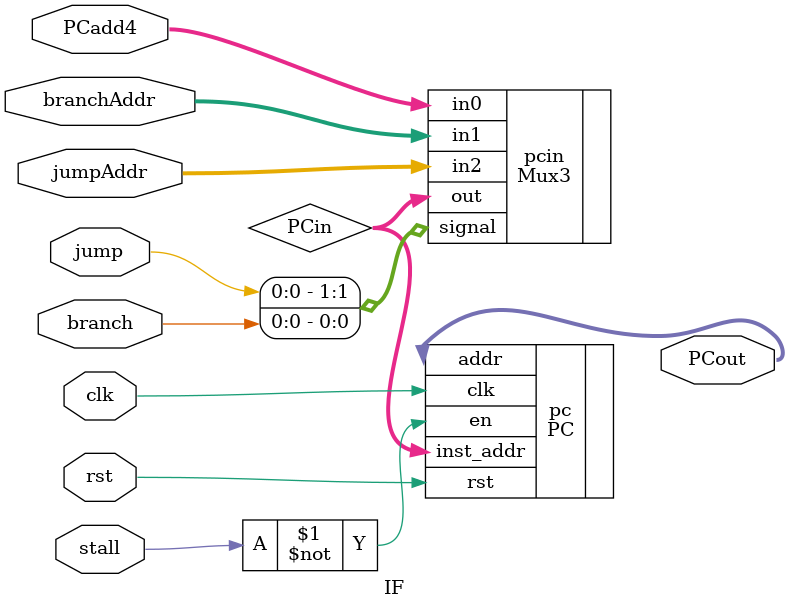
<source format=v>
`timescale 1ns / 1ps


module IF(
    input clk,
    input rst,
    input stall,
    input branch,
    input jump, 
    input [31:0] PCadd4,
    input [31:0] jumpAddr,
    input [31:0] branchAddr,
    output [31:0] PCout
    );
    wire [31:0] PCin;
    
    Mux3 pcin(
    .in0(PCadd4),
    .in1(branchAddr),
    .in2(jumpAddr),
    .signal({jump,branch}),
    .out(PCin)
    );
        
    PC pc(
    .clk(clk),
    .rst(rst),  // Í¬²½¸´Î»
    .en(~stall),
    .inst_addr(PCin),
    .addr(PCout)
    );
    
   
   
endmodule

</source>
